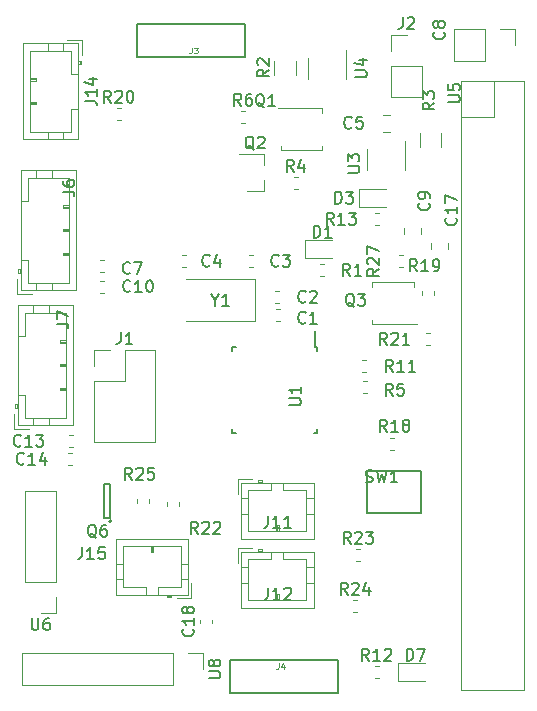
<source format=gbr>
G04 #@! TF.GenerationSoftware,KiCad,Pcbnew,(5.0.2)-1*
G04 #@! TF.CreationDate,2019-05-12T16:54:14-07:00*
G04 #@! TF.ProjectId,controlBoard_rev0401,636f6e74-726f-46c4-926f-6172645f7265,rev?*
G04 #@! TF.SameCoordinates,Original*
G04 #@! TF.FileFunction,Legend,Top*
G04 #@! TF.FilePolarity,Positive*
%FSLAX46Y46*%
G04 Gerber Fmt 4.6, Leading zero omitted, Abs format (unit mm)*
G04 Created by KiCad (PCBNEW (5.0.2)-1) date 5/12/2019 4:54:14 PM*
%MOMM*%
%LPD*%
G01*
G04 APERTURE LIST*
%ADD10C,0.120000*%
%ADD11C,0.100000*%
%ADD12C,0.150000*%
G04 APERTURE END LIST*
D10*
G04 #@! TO.C,R3*
X35158000Y-11143064D02*
X35158000Y-9938936D01*
X36978000Y-11143064D02*
X36978000Y-9938936D01*
G04 #@! TO.C,Q1*
X26916000Y-7882000D02*
X23146000Y-7882000D01*
X23376000Y-11422000D02*
X26916000Y-11422000D01*
X26916000Y-7882000D02*
X26916000Y-8252000D01*
X26916000Y-11422000D02*
X26916000Y-11052000D01*
X23376000Y-11422000D02*
X23376000Y-11052000D01*
G04 #@! TO.C,Q3*
X34663000Y-22614000D02*
X34663000Y-22984000D01*
X31123000Y-22614000D02*
X31123000Y-22984000D01*
X31123000Y-26154000D02*
X31123000Y-25784000D01*
X34663000Y-22614000D02*
X31123000Y-22614000D01*
X31123000Y-26154000D02*
X34893000Y-26154000D01*
G04 #@! TO.C,Q2*
X21969000Y-14915000D02*
X21969000Y-13985000D01*
X21969000Y-11755000D02*
X21969000Y-12685000D01*
X21969000Y-11755000D02*
X19809000Y-11755000D01*
X21969000Y-14915000D02*
X20509000Y-14915000D01*
G04 #@! TO.C,R6*
X20030221Y-8126000D02*
X20355779Y-8126000D01*
X20030221Y-9146000D02*
X20355779Y-9146000D01*
G04 #@! TO.C,C18*
X16508000Y-51496279D02*
X16508000Y-51170721D01*
X17528000Y-51496279D02*
X17528000Y-51170721D01*
G04 #@! TO.C,C9*
X35254000Y-18546578D02*
X35254000Y-18029422D01*
X33834000Y-18546578D02*
X33834000Y-18029422D01*
G04 #@! TO.C,C17*
X36120000Y-19816578D02*
X36120000Y-19299422D01*
X37540000Y-19816578D02*
X37540000Y-19299422D01*
G04 #@! TO.C,C8*
X38040000Y-1210000D02*
X38040000Y-3870000D01*
X40640000Y-1210000D02*
X38040000Y-1210000D01*
X40640000Y-3870000D02*
X38040000Y-3870000D01*
X40640000Y-1210000D02*
X40640000Y-3870000D01*
X41910000Y-1210000D02*
X43240000Y-1210000D01*
X43240000Y-1210000D02*
X43240000Y-2540000D01*
G04 #@! TO.C,U8*
X1464000Y-54042000D02*
X1464000Y-56702000D01*
X14224000Y-54042000D02*
X1464000Y-54042000D01*
X14224000Y-56702000D02*
X1464000Y-56702000D01*
X14224000Y-54042000D02*
X14224000Y-56702000D01*
X15494000Y-54042000D02*
X16824000Y-54042000D01*
X16824000Y-54042000D02*
X16824000Y-55372000D01*
D11*
G04 #@! TO.C,U5*
X41402000Y-8636000D02*
X38608000Y-8636000D01*
X41402000Y-5588000D02*
X41402000Y-8636000D01*
X38608000Y-5588000D02*
X43942000Y-5588000D01*
X38608000Y-57150000D02*
X38608000Y-5588000D01*
X39116000Y-57150000D02*
X38608000Y-57150000D01*
X43942000Y-57150000D02*
X39116000Y-57150000D01*
X43942000Y-5588000D02*
X43942000Y-57150000D01*
D10*
G04 #@! TO.C,Y1*
X15334000Y-25930000D02*
X21234000Y-25930000D01*
X21234000Y-25930000D02*
X21234000Y-22330000D01*
X21234000Y-22330000D02*
X15334000Y-22330000D01*
G04 #@! TO.C,U4*
X25695000Y-3588000D02*
X25695000Y-5388000D01*
X28915000Y-5388000D02*
X28915000Y-2938000D01*
G04 #@! TO.C,R2*
X22839000Y-5050064D02*
X22839000Y-3845936D01*
X24659000Y-5050064D02*
X24659000Y-3845936D01*
D12*
G04 #@! TO.C,J4*
X28194000Y-57404000D02*
X28194000Y-54610000D01*
X28194000Y-54610000D02*
X19050000Y-54610000D01*
X19050000Y-54610000D02*
X19050000Y-57404000D01*
X19050000Y-57404000D02*
X28194000Y-57404000D01*
D10*
G04 #@! TO.C,C1*
X22976721Y-25910000D02*
X23302279Y-25910000D01*
X22976721Y-24890000D02*
X23302279Y-24890000D01*
G04 #@! TO.C,C14*
X5399721Y-38102000D02*
X5725279Y-38102000D01*
X5399721Y-37082000D02*
X5725279Y-37082000D01*
G04 #@! TO.C,C13*
X5450721Y-35558000D02*
X5776279Y-35558000D01*
X5450721Y-36578000D02*
X5776279Y-36578000D01*
G04 #@! TO.C,C10*
X8092221Y-23497000D02*
X8417779Y-23497000D01*
X8092221Y-22477000D02*
X8417779Y-22477000D01*
G04 #@! TO.C,C7*
X8092221Y-20699000D02*
X8417779Y-20699000D01*
X8092221Y-21719000D02*
X8417779Y-21719000D01*
G04 #@! TO.C,C4*
X15377279Y-20318000D02*
X15051721Y-20318000D01*
X15377279Y-21338000D02*
X15051721Y-21338000D01*
G04 #@! TO.C,C3*
X20690721Y-20318000D02*
X21016279Y-20318000D01*
X20690721Y-21338000D02*
X21016279Y-21338000D01*
G04 #@! TO.C,C2*
X22925721Y-24386000D02*
X23251279Y-24386000D01*
X22925721Y-23366000D02*
X23251279Y-23366000D01*
G04 #@! TO.C,C5*
X32595078Y-8434000D02*
X32077922Y-8434000D01*
X32595078Y-9854000D02*
X32077922Y-9854000D01*
G04 #@! TO.C,J15*
X15822000Y-49354000D02*
X15822000Y-48104000D01*
X14572000Y-49354000D02*
X15822000Y-49354000D01*
X12462000Y-44944000D02*
X12462000Y-45444000D01*
X12362000Y-45444000D02*
X12362000Y-44944000D01*
X12562000Y-45444000D02*
X12362000Y-45444000D01*
X12562000Y-44944000D02*
X12562000Y-45444000D01*
X9402000Y-46444000D02*
X10012000Y-46444000D01*
X9402000Y-47744000D02*
X10012000Y-47744000D01*
X15522000Y-46444000D02*
X14912000Y-46444000D01*
X15522000Y-47744000D02*
X14912000Y-47744000D01*
X11962000Y-48444000D02*
X11962000Y-49054000D01*
X10012000Y-48444000D02*
X11962000Y-48444000D01*
X10012000Y-44944000D02*
X10012000Y-48444000D01*
X14912000Y-44944000D02*
X10012000Y-44944000D01*
X14912000Y-48444000D02*
X14912000Y-44944000D01*
X12962000Y-48444000D02*
X14912000Y-48444000D01*
X12962000Y-49054000D02*
X12962000Y-48444000D01*
X13762000Y-49154000D02*
X14062000Y-49154000D01*
X14062000Y-49254000D02*
X14062000Y-49054000D01*
X13762000Y-49254000D02*
X14062000Y-49254000D01*
X13762000Y-49054000D02*
X13762000Y-49254000D01*
X9402000Y-49054000D02*
X15522000Y-49054000D01*
X9402000Y-44334000D02*
X9402000Y-49054000D01*
X15522000Y-44334000D02*
X9402000Y-44334000D01*
X15522000Y-49054000D02*
X15522000Y-44334000D01*
G04 #@! TO.C,J12*
X20038000Y-45434000D02*
X20038000Y-50154000D01*
X20038000Y-50154000D02*
X26158000Y-50154000D01*
X26158000Y-50154000D02*
X26158000Y-45434000D01*
X26158000Y-45434000D02*
X20038000Y-45434000D01*
X21798000Y-45434000D02*
X21798000Y-45234000D01*
X21798000Y-45234000D02*
X21498000Y-45234000D01*
X21498000Y-45234000D02*
X21498000Y-45434000D01*
X21798000Y-45334000D02*
X21498000Y-45334000D01*
X22598000Y-45434000D02*
X22598000Y-46044000D01*
X22598000Y-46044000D02*
X20648000Y-46044000D01*
X20648000Y-46044000D02*
X20648000Y-49544000D01*
X20648000Y-49544000D02*
X25548000Y-49544000D01*
X25548000Y-49544000D02*
X25548000Y-46044000D01*
X25548000Y-46044000D02*
X23598000Y-46044000D01*
X23598000Y-46044000D02*
X23598000Y-45434000D01*
X20038000Y-46744000D02*
X20648000Y-46744000D01*
X20038000Y-48044000D02*
X20648000Y-48044000D01*
X26158000Y-46744000D02*
X25548000Y-46744000D01*
X26158000Y-48044000D02*
X25548000Y-48044000D01*
X22998000Y-49544000D02*
X22998000Y-49044000D01*
X22998000Y-49044000D02*
X23198000Y-49044000D01*
X23198000Y-49044000D02*
X23198000Y-49544000D01*
X23098000Y-49544000D02*
X23098000Y-49044000D01*
X20988000Y-45134000D02*
X19738000Y-45134000D01*
X19738000Y-45134000D02*
X19738000Y-46384000D01*
G04 #@! TO.C,J11*
X20038000Y-39592000D02*
X20038000Y-44312000D01*
X20038000Y-44312000D02*
X26158000Y-44312000D01*
X26158000Y-44312000D02*
X26158000Y-39592000D01*
X26158000Y-39592000D02*
X20038000Y-39592000D01*
X21798000Y-39592000D02*
X21798000Y-39392000D01*
X21798000Y-39392000D02*
X21498000Y-39392000D01*
X21498000Y-39392000D02*
X21498000Y-39592000D01*
X21798000Y-39492000D02*
X21498000Y-39492000D01*
X22598000Y-39592000D02*
X22598000Y-40202000D01*
X22598000Y-40202000D02*
X20648000Y-40202000D01*
X20648000Y-40202000D02*
X20648000Y-43702000D01*
X20648000Y-43702000D02*
X25548000Y-43702000D01*
X25548000Y-43702000D02*
X25548000Y-40202000D01*
X25548000Y-40202000D02*
X23598000Y-40202000D01*
X23598000Y-40202000D02*
X23598000Y-39592000D01*
X20038000Y-40902000D02*
X20648000Y-40902000D01*
X20038000Y-42202000D02*
X20648000Y-42202000D01*
X26158000Y-40902000D02*
X25548000Y-40902000D01*
X26158000Y-42202000D02*
X25548000Y-42202000D01*
X22998000Y-43702000D02*
X22998000Y-43202000D01*
X22998000Y-43202000D02*
X23198000Y-43202000D01*
X23198000Y-43202000D02*
X23198000Y-43702000D01*
X23098000Y-43702000D02*
X23098000Y-43202000D01*
X20988000Y-39292000D02*
X19738000Y-39292000D01*
X19738000Y-39292000D02*
X19738000Y-40542000D01*
G04 #@! TO.C,J14*
X6555000Y-2085000D02*
X5305000Y-2085000D01*
X6555000Y-3335000D02*
X6555000Y-2085000D01*
X2145000Y-7445000D02*
X2645000Y-7445000D01*
X2645000Y-7545000D02*
X2145000Y-7545000D01*
X2645000Y-7345000D02*
X2645000Y-7545000D01*
X2145000Y-7345000D02*
X2645000Y-7345000D01*
X2145000Y-5445000D02*
X2645000Y-5445000D01*
X2645000Y-5545000D02*
X2145000Y-5545000D01*
X2645000Y-5345000D02*
X2645000Y-5545000D01*
X2145000Y-5345000D02*
X2645000Y-5345000D01*
X3645000Y-10505000D02*
X3645000Y-9895000D01*
X4945000Y-10505000D02*
X4945000Y-9895000D01*
X3645000Y-2385000D02*
X3645000Y-2995000D01*
X4945000Y-2385000D02*
X4945000Y-2995000D01*
X5645000Y-7945000D02*
X6255000Y-7945000D01*
X5645000Y-9895000D02*
X5645000Y-7945000D01*
X2145000Y-9895000D02*
X5645000Y-9895000D01*
X2145000Y-2995000D02*
X2145000Y-9895000D01*
X5645000Y-2995000D02*
X2145000Y-2995000D01*
X5645000Y-4945000D02*
X5645000Y-2995000D01*
X6255000Y-4945000D02*
X5645000Y-4945000D01*
X6355000Y-4145000D02*
X6355000Y-3845000D01*
X6455000Y-3845000D02*
X6255000Y-3845000D01*
X6455000Y-4145000D02*
X6455000Y-3845000D01*
X6255000Y-4145000D02*
X6455000Y-4145000D01*
X6255000Y-10505000D02*
X6255000Y-2385000D01*
X1535000Y-10505000D02*
X6255000Y-10505000D01*
X1535000Y-2385000D02*
X1535000Y-10505000D01*
X6255000Y-2385000D02*
X1535000Y-2385000D01*
G04 #@! TO.C,J6*
X1065000Y-23569000D02*
X2315000Y-23569000D01*
X1065000Y-22319000D02*
X1065000Y-23569000D01*
X5475000Y-16209000D02*
X4975000Y-16209000D01*
X4975000Y-16109000D02*
X5475000Y-16109000D01*
X4975000Y-16309000D02*
X4975000Y-16109000D01*
X5475000Y-16309000D02*
X4975000Y-16309000D01*
X5475000Y-18209000D02*
X4975000Y-18209000D01*
X4975000Y-18109000D02*
X5475000Y-18109000D01*
X4975000Y-18309000D02*
X4975000Y-18109000D01*
X5475000Y-18309000D02*
X4975000Y-18309000D01*
X5475000Y-20209000D02*
X4975000Y-20209000D01*
X4975000Y-20109000D02*
X5475000Y-20109000D01*
X4975000Y-20309000D02*
X4975000Y-20109000D01*
X5475000Y-20309000D02*
X4975000Y-20309000D01*
X3975000Y-13149000D02*
X3975000Y-13759000D01*
X2675000Y-13149000D02*
X2675000Y-13759000D01*
X3975000Y-23269000D02*
X3975000Y-22659000D01*
X2675000Y-23269000D02*
X2675000Y-22659000D01*
X1975000Y-15709000D02*
X1365000Y-15709000D01*
X1975000Y-13759000D02*
X1975000Y-15709000D01*
X5475000Y-13759000D02*
X1975000Y-13759000D01*
X5475000Y-22659000D02*
X5475000Y-13759000D01*
X1975000Y-22659000D02*
X5475000Y-22659000D01*
X1975000Y-20709000D02*
X1975000Y-22659000D01*
X1365000Y-20709000D02*
X1975000Y-20709000D01*
X1265000Y-21509000D02*
X1265000Y-21809000D01*
X1165000Y-21809000D02*
X1365000Y-21809000D01*
X1165000Y-21509000D02*
X1165000Y-21809000D01*
X1365000Y-21509000D02*
X1165000Y-21509000D01*
X1365000Y-13149000D02*
X1365000Y-23269000D01*
X6085000Y-13149000D02*
X1365000Y-13149000D01*
X6085000Y-23269000D02*
X6085000Y-13149000D01*
X1365000Y-23269000D02*
X6085000Y-23269000D01*
G04 #@! TO.C,J7*
X1111000Y-34699000D02*
X5831000Y-34699000D01*
X5831000Y-34699000D02*
X5831000Y-24579000D01*
X5831000Y-24579000D02*
X1111000Y-24579000D01*
X1111000Y-24579000D02*
X1111000Y-34699000D01*
X1111000Y-32939000D02*
X911000Y-32939000D01*
X911000Y-32939000D02*
X911000Y-33239000D01*
X911000Y-33239000D02*
X1111000Y-33239000D01*
X1011000Y-32939000D02*
X1011000Y-33239000D01*
X1111000Y-32139000D02*
X1721000Y-32139000D01*
X1721000Y-32139000D02*
X1721000Y-34089000D01*
X1721000Y-34089000D02*
X5221000Y-34089000D01*
X5221000Y-34089000D02*
X5221000Y-25189000D01*
X5221000Y-25189000D02*
X1721000Y-25189000D01*
X1721000Y-25189000D02*
X1721000Y-27139000D01*
X1721000Y-27139000D02*
X1111000Y-27139000D01*
X2421000Y-34699000D02*
X2421000Y-34089000D01*
X3721000Y-34699000D02*
X3721000Y-34089000D01*
X2421000Y-24579000D02*
X2421000Y-25189000D01*
X3721000Y-24579000D02*
X3721000Y-25189000D01*
X5221000Y-31739000D02*
X4721000Y-31739000D01*
X4721000Y-31739000D02*
X4721000Y-31539000D01*
X4721000Y-31539000D02*
X5221000Y-31539000D01*
X5221000Y-31639000D02*
X4721000Y-31639000D01*
X5221000Y-29739000D02*
X4721000Y-29739000D01*
X4721000Y-29739000D02*
X4721000Y-29539000D01*
X4721000Y-29539000D02*
X5221000Y-29539000D01*
X5221000Y-29639000D02*
X4721000Y-29639000D01*
X5221000Y-27739000D02*
X4721000Y-27739000D01*
X4721000Y-27739000D02*
X4721000Y-27539000D01*
X4721000Y-27539000D02*
X5221000Y-27539000D01*
X5221000Y-27639000D02*
X4721000Y-27639000D01*
X811000Y-33749000D02*
X811000Y-34999000D01*
X811000Y-34999000D02*
X2061000Y-34999000D01*
G04 #@! TO.C,J2*
X32706000Y-6918000D02*
X35366000Y-6918000D01*
X32706000Y-4318000D02*
X32706000Y-6918000D01*
X35366000Y-4318000D02*
X35366000Y-6918000D01*
X32706000Y-4318000D02*
X35366000Y-4318000D01*
X32706000Y-3048000D02*
X32706000Y-1718000D01*
X32706000Y-1718000D02*
X34036000Y-1718000D01*
G04 #@! TO.C,U6*
X4378000Y-40326000D02*
X1718000Y-40326000D01*
X4378000Y-48006000D02*
X4378000Y-40326000D01*
X1718000Y-48006000D02*
X1718000Y-40326000D01*
X4378000Y-48006000D02*
X1718000Y-48006000D01*
X4378000Y-49276000D02*
X4378000Y-50606000D01*
X4378000Y-50606000D02*
X3048000Y-50606000D01*
G04 #@! TO.C,J1*
X7560000Y-36128000D02*
X12760000Y-36128000D01*
X7560000Y-30988000D02*
X7560000Y-36128000D01*
X12760000Y-28388000D02*
X12760000Y-36128000D01*
X7560000Y-30988000D02*
X10160000Y-30988000D01*
X10160000Y-30988000D02*
X10160000Y-28388000D01*
X10160000Y-28388000D02*
X12760000Y-28388000D01*
X7560000Y-29718000D02*
X7560000Y-28388000D01*
X7560000Y-28388000D02*
X8890000Y-28388000D01*
G04 #@! TO.C,D1*
X27698500Y-19077000D02*
X25413500Y-19077000D01*
X25413500Y-19077000D02*
X25413500Y-20547000D01*
X25413500Y-20547000D02*
X27698500Y-20547000D01*
G04 #@! TO.C,D3*
X30036500Y-16229000D02*
X32321500Y-16229000D01*
X30036500Y-14759000D02*
X30036500Y-16229000D01*
X32321500Y-14759000D02*
X30036500Y-14759000D01*
G04 #@! TO.C,D7*
X35572500Y-54891000D02*
X33287500Y-54891000D01*
X33287500Y-54891000D02*
X33287500Y-56361000D01*
X33287500Y-56361000D02*
X35572500Y-56361000D01*
D12*
G04 #@! TO.C,U1*
X26485000Y-28125000D02*
X26260000Y-28125000D01*
X26485000Y-35375000D02*
X26160000Y-35375000D01*
X19235000Y-35375000D02*
X19560000Y-35375000D01*
X19235000Y-28125000D02*
X19560000Y-28125000D01*
X26485000Y-28125000D02*
X26485000Y-28450000D01*
X19235000Y-28125000D02*
X19235000Y-28450000D01*
X19235000Y-35375000D02*
X19235000Y-35050000D01*
X26485000Y-35375000D02*
X26485000Y-35050000D01*
X26260000Y-28125000D02*
X26260000Y-26700000D01*
D10*
G04 #@! TO.C,U3*
X30648000Y-11292000D02*
X30648000Y-13092000D01*
X33868000Y-13092000D02*
X33868000Y-10642000D01*
G04 #@! TO.C,R24*
X29529721Y-50548000D02*
X29855279Y-50548000D01*
X29529721Y-49528000D02*
X29855279Y-49528000D01*
G04 #@! TO.C,R18*
X32603221Y-35812000D02*
X32928779Y-35812000D01*
X32603221Y-36832000D02*
X32928779Y-36832000D01*
G04 #@! TO.C,R19*
X35304000Y-23332221D02*
X35304000Y-23657779D01*
X36324000Y-23332221D02*
X36324000Y-23657779D01*
G04 #@! TO.C,R20*
X9489221Y-7872000D02*
X9814779Y-7872000D01*
X9489221Y-8892000D02*
X9814779Y-8892000D01*
G04 #@! TO.C,R21*
X36002279Y-26922000D02*
X35676721Y-26922000D01*
X36002279Y-27942000D02*
X35676721Y-27942000D01*
G04 #@! TO.C,R22*
X13714000Y-41564779D02*
X13714000Y-41239221D01*
X14734000Y-41564779D02*
X14734000Y-41239221D01*
G04 #@! TO.C,R25*
X11174000Y-40959721D02*
X11174000Y-41285279D01*
X12194000Y-40959721D02*
X12194000Y-41285279D01*
G04 #@! TO.C,R1*
X27061279Y-22100000D02*
X26735721Y-22100000D01*
X27061279Y-21080000D02*
X26735721Y-21080000D01*
G04 #@! TO.C,R13*
X31358721Y-17782000D02*
X31684279Y-17782000D01*
X31358721Y-16762000D02*
X31684279Y-16762000D01*
G04 #@! TO.C,R11*
X30291721Y-30228000D02*
X30617279Y-30228000D01*
X30291721Y-29208000D02*
X30617279Y-29208000D01*
G04 #@! TO.C,R27*
X33365221Y-20318000D02*
X33690779Y-20318000D01*
X33365221Y-21338000D02*
X33690779Y-21338000D01*
G04 #@! TO.C,R5*
X30317221Y-30986000D02*
X30642779Y-30986000D01*
X30317221Y-32006000D02*
X30642779Y-32006000D01*
G04 #@! TO.C,R4*
X24475221Y-14734000D02*
X24800779Y-14734000D01*
X24475221Y-13714000D02*
X24800779Y-13714000D01*
G04 #@! TO.C,R23*
X29783721Y-45210000D02*
X30109279Y-45210000D01*
X29783721Y-46230000D02*
X30109279Y-46230000D01*
G04 #@! TO.C,R12*
X31333221Y-55116000D02*
X31658779Y-55116000D01*
X31333221Y-56136000D02*
X31658779Y-56136000D01*
D12*
G04 #@! TO.C,SW1*
X35220000Y-42142000D02*
X30648000Y-42142000D01*
X30648000Y-42142000D02*
X30648000Y-38586000D01*
X30648000Y-38586000D02*
X35220000Y-38586000D01*
X35220000Y-38586000D02*
X35220000Y-42142000D01*
G04 #@! TO.C,Q6*
X9036000Y-42848000D02*
G75*
G03X9036000Y-42848000I-100000J0D01*
G01*
X8386000Y-42598000D02*
X8886000Y-42598000D01*
X8386000Y-39698000D02*
X8386000Y-42598000D01*
X8886000Y-39698000D02*
X8386000Y-39698000D01*
X8886000Y-42598000D02*
X8886000Y-39698000D01*
G04 #@! TO.C,J3*
X11176000Y-730000D02*
X11176000Y-3524000D01*
X11176000Y-3524000D02*
X20320000Y-3524000D01*
X20320000Y-3524000D02*
X20320000Y-730000D01*
X20320000Y-730000D02*
X11176000Y-730000D01*
G04 #@! TO.C,R3*
X36393380Y-7405666D02*
X35917190Y-7739000D01*
X36393380Y-7977095D02*
X35393380Y-7977095D01*
X35393380Y-7596142D01*
X35441000Y-7500904D01*
X35488619Y-7453285D01*
X35583857Y-7405666D01*
X35726714Y-7405666D01*
X35821952Y-7453285D01*
X35869571Y-7500904D01*
X35917190Y-7596142D01*
X35917190Y-7977095D01*
X35393380Y-7072333D02*
X35393380Y-6453285D01*
X35774333Y-6786619D01*
X35774333Y-6643761D01*
X35821952Y-6548523D01*
X35869571Y-6500904D01*
X35964809Y-6453285D01*
X36202904Y-6453285D01*
X36298142Y-6500904D01*
X36345761Y-6548523D01*
X36393380Y-6643761D01*
X36393380Y-6929476D01*
X36345761Y-7024714D01*
X36298142Y-7072333D01*
G04 #@! TO.C,Q1*
X22002761Y-7786619D02*
X21907523Y-7739000D01*
X21812285Y-7643761D01*
X21669428Y-7500904D01*
X21574190Y-7453285D01*
X21478952Y-7453285D01*
X21526571Y-7691380D02*
X21431333Y-7643761D01*
X21336095Y-7548523D01*
X21288476Y-7358047D01*
X21288476Y-7024714D01*
X21336095Y-6834238D01*
X21431333Y-6739000D01*
X21526571Y-6691380D01*
X21717047Y-6691380D01*
X21812285Y-6739000D01*
X21907523Y-6834238D01*
X21955142Y-7024714D01*
X21955142Y-7358047D01*
X21907523Y-7548523D01*
X21812285Y-7643761D01*
X21717047Y-7691380D01*
X21526571Y-7691380D01*
X22907523Y-7691380D02*
X22336095Y-7691380D01*
X22621809Y-7691380D02*
X22621809Y-6691380D01*
X22526571Y-6834238D01*
X22431333Y-6929476D01*
X22336095Y-6977095D01*
G04 #@! TO.C,Q3*
X29622761Y-24677619D02*
X29527523Y-24630000D01*
X29432285Y-24534761D01*
X29289428Y-24391904D01*
X29194190Y-24344285D01*
X29098952Y-24344285D01*
X29146571Y-24582380D02*
X29051333Y-24534761D01*
X28956095Y-24439523D01*
X28908476Y-24249047D01*
X28908476Y-23915714D01*
X28956095Y-23725238D01*
X29051333Y-23630000D01*
X29146571Y-23582380D01*
X29337047Y-23582380D01*
X29432285Y-23630000D01*
X29527523Y-23725238D01*
X29575142Y-23915714D01*
X29575142Y-24249047D01*
X29527523Y-24439523D01*
X29432285Y-24534761D01*
X29337047Y-24582380D01*
X29146571Y-24582380D01*
X29908476Y-23582380D02*
X30527523Y-23582380D01*
X30194190Y-23963333D01*
X30337047Y-23963333D01*
X30432285Y-24010952D01*
X30479904Y-24058571D01*
X30527523Y-24153809D01*
X30527523Y-24391904D01*
X30479904Y-24487142D01*
X30432285Y-24534761D01*
X30337047Y-24582380D01*
X30051333Y-24582380D01*
X29956095Y-24534761D01*
X29908476Y-24487142D01*
G04 #@! TO.C,Q2*
X21113761Y-11382619D02*
X21018523Y-11335000D01*
X20923285Y-11239761D01*
X20780428Y-11096904D01*
X20685190Y-11049285D01*
X20589952Y-11049285D01*
X20637571Y-11287380D02*
X20542333Y-11239761D01*
X20447095Y-11144523D01*
X20399476Y-10954047D01*
X20399476Y-10620714D01*
X20447095Y-10430238D01*
X20542333Y-10335000D01*
X20637571Y-10287380D01*
X20828047Y-10287380D01*
X20923285Y-10335000D01*
X21018523Y-10430238D01*
X21066142Y-10620714D01*
X21066142Y-10954047D01*
X21018523Y-11144523D01*
X20923285Y-11239761D01*
X20828047Y-11287380D01*
X20637571Y-11287380D01*
X21447095Y-10382619D02*
X21494714Y-10335000D01*
X21589952Y-10287380D01*
X21828047Y-10287380D01*
X21923285Y-10335000D01*
X21970904Y-10382619D01*
X22018523Y-10477857D01*
X22018523Y-10573095D01*
X21970904Y-10715952D01*
X21399476Y-11287380D01*
X22018523Y-11287380D01*
G04 #@! TO.C,R6*
X20026333Y-7658380D02*
X19693000Y-7182190D01*
X19454904Y-7658380D02*
X19454904Y-6658380D01*
X19835857Y-6658380D01*
X19931095Y-6706000D01*
X19978714Y-6753619D01*
X20026333Y-6848857D01*
X20026333Y-6991714D01*
X19978714Y-7086952D01*
X19931095Y-7134571D01*
X19835857Y-7182190D01*
X19454904Y-7182190D01*
X20883476Y-6658380D02*
X20693000Y-6658380D01*
X20597761Y-6706000D01*
X20550142Y-6753619D01*
X20454904Y-6896476D01*
X20407285Y-7086952D01*
X20407285Y-7467904D01*
X20454904Y-7563142D01*
X20502523Y-7610761D01*
X20597761Y-7658380D01*
X20788238Y-7658380D01*
X20883476Y-7610761D01*
X20931095Y-7563142D01*
X20978714Y-7467904D01*
X20978714Y-7229809D01*
X20931095Y-7134571D01*
X20883476Y-7086952D01*
X20788238Y-7039333D01*
X20597761Y-7039333D01*
X20502523Y-7086952D01*
X20454904Y-7134571D01*
X20407285Y-7229809D01*
G04 #@! TO.C,C18*
X15945142Y-51976357D02*
X15992761Y-52023976D01*
X16040380Y-52166833D01*
X16040380Y-52262071D01*
X15992761Y-52404928D01*
X15897523Y-52500166D01*
X15802285Y-52547785D01*
X15611809Y-52595404D01*
X15468952Y-52595404D01*
X15278476Y-52547785D01*
X15183238Y-52500166D01*
X15088000Y-52404928D01*
X15040380Y-52262071D01*
X15040380Y-52166833D01*
X15088000Y-52023976D01*
X15135619Y-51976357D01*
X16040380Y-51023976D02*
X16040380Y-51595404D01*
X16040380Y-51309690D02*
X15040380Y-51309690D01*
X15183238Y-51404928D01*
X15278476Y-51500166D01*
X15326095Y-51595404D01*
X15468952Y-50452547D02*
X15421333Y-50547785D01*
X15373714Y-50595404D01*
X15278476Y-50643023D01*
X15230857Y-50643023D01*
X15135619Y-50595404D01*
X15088000Y-50547785D01*
X15040380Y-50452547D01*
X15040380Y-50262071D01*
X15088000Y-50166833D01*
X15135619Y-50119214D01*
X15230857Y-50071595D01*
X15278476Y-50071595D01*
X15373714Y-50119214D01*
X15421333Y-50166833D01*
X15468952Y-50262071D01*
X15468952Y-50452547D01*
X15516571Y-50547785D01*
X15564190Y-50595404D01*
X15659428Y-50643023D01*
X15849904Y-50643023D01*
X15945142Y-50595404D01*
X15992761Y-50547785D01*
X16040380Y-50452547D01*
X16040380Y-50262071D01*
X15992761Y-50166833D01*
X15945142Y-50119214D01*
X15849904Y-50071595D01*
X15659428Y-50071595D01*
X15564190Y-50119214D01*
X15516571Y-50166833D01*
X15468952Y-50262071D01*
G04 #@! TO.C,C9*
X35917142Y-15914666D02*
X35964761Y-15962285D01*
X36012380Y-16105142D01*
X36012380Y-16200380D01*
X35964761Y-16343238D01*
X35869523Y-16438476D01*
X35774285Y-16486095D01*
X35583809Y-16533714D01*
X35440952Y-16533714D01*
X35250476Y-16486095D01*
X35155238Y-16438476D01*
X35060000Y-16343238D01*
X35012380Y-16200380D01*
X35012380Y-16105142D01*
X35060000Y-15962285D01*
X35107619Y-15914666D01*
X36012380Y-15438476D02*
X36012380Y-15248000D01*
X35964761Y-15152761D01*
X35917142Y-15105142D01*
X35774285Y-15009904D01*
X35583809Y-14962285D01*
X35202857Y-14962285D01*
X35107619Y-15009904D01*
X35060000Y-15057523D01*
X35012380Y-15152761D01*
X35012380Y-15343238D01*
X35060000Y-15438476D01*
X35107619Y-15486095D01*
X35202857Y-15533714D01*
X35440952Y-15533714D01*
X35536190Y-15486095D01*
X35583809Y-15438476D01*
X35631428Y-15343238D01*
X35631428Y-15152761D01*
X35583809Y-15057523D01*
X35536190Y-15009904D01*
X35440952Y-14962285D01*
G04 #@! TO.C,C17*
X38203142Y-17152857D02*
X38250761Y-17200476D01*
X38298380Y-17343333D01*
X38298380Y-17438571D01*
X38250761Y-17581428D01*
X38155523Y-17676666D01*
X38060285Y-17724285D01*
X37869809Y-17771904D01*
X37726952Y-17771904D01*
X37536476Y-17724285D01*
X37441238Y-17676666D01*
X37346000Y-17581428D01*
X37298380Y-17438571D01*
X37298380Y-17343333D01*
X37346000Y-17200476D01*
X37393619Y-17152857D01*
X38298380Y-16200476D02*
X38298380Y-16771904D01*
X38298380Y-16486190D02*
X37298380Y-16486190D01*
X37441238Y-16581428D01*
X37536476Y-16676666D01*
X37584095Y-16771904D01*
X37298380Y-15867142D02*
X37298380Y-15200476D01*
X38298380Y-15629047D01*
G04 #@! TO.C,C8*
X37187142Y-1436666D02*
X37234761Y-1484285D01*
X37282380Y-1627142D01*
X37282380Y-1722380D01*
X37234761Y-1865238D01*
X37139523Y-1960476D01*
X37044285Y-2008095D01*
X36853809Y-2055714D01*
X36710952Y-2055714D01*
X36520476Y-2008095D01*
X36425238Y-1960476D01*
X36330000Y-1865238D01*
X36282380Y-1722380D01*
X36282380Y-1627142D01*
X36330000Y-1484285D01*
X36377619Y-1436666D01*
X36710952Y-865238D02*
X36663333Y-960476D01*
X36615714Y-1008095D01*
X36520476Y-1055714D01*
X36472857Y-1055714D01*
X36377619Y-1008095D01*
X36330000Y-960476D01*
X36282380Y-865238D01*
X36282380Y-674761D01*
X36330000Y-579523D01*
X36377619Y-531904D01*
X36472857Y-484285D01*
X36520476Y-484285D01*
X36615714Y-531904D01*
X36663333Y-579523D01*
X36710952Y-674761D01*
X36710952Y-865238D01*
X36758571Y-960476D01*
X36806190Y-1008095D01*
X36901428Y-1055714D01*
X37091904Y-1055714D01*
X37187142Y-1008095D01*
X37234761Y-960476D01*
X37282380Y-865238D01*
X37282380Y-674761D01*
X37234761Y-579523D01*
X37187142Y-531904D01*
X37091904Y-484285D01*
X36901428Y-484285D01*
X36806190Y-531904D01*
X36758571Y-579523D01*
X36710952Y-674761D01*
G04 #@! TO.C,U8*
X17276380Y-56133904D02*
X18085904Y-56133904D01*
X18181142Y-56086285D01*
X18228761Y-56038666D01*
X18276380Y-55943428D01*
X18276380Y-55752952D01*
X18228761Y-55657714D01*
X18181142Y-55610095D01*
X18085904Y-55562476D01*
X17276380Y-55562476D01*
X17704952Y-54943428D02*
X17657333Y-55038666D01*
X17609714Y-55086285D01*
X17514476Y-55133904D01*
X17466857Y-55133904D01*
X17371619Y-55086285D01*
X17324000Y-55038666D01*
X17276380Y-54943428D01*
X17276380Y-54752952D01*
X17324000Y-54657714D01*
X17371619Y-54610095D01*
X17466857Y-54562476D01*
X17514476Y-54562476D01*
X17609714Y-54610095D01*
X17657333Y-54657714D01*
X17704952Y-54752952D01*
X17704952Y-54943428D01*
X17752571Y-55038666D01*
X17800190Y-55086285D01*
X17895428Y-55133904D01*
X18085904Y-55133904D01*
X18181142Y-55086285D01*
X18228761Y-55038666D01*
X18276380Y-54943428D01*
X18276380Y-54752952D01*
X18228761Y-54657714D01*
X18181142Y-54610095D01*
X18085904Y-54562476D01*
X17895428Y-54562476D01*
X17800190Y-54610095D01*
X17752571Y-54657714D01*
X17704952Y-54752952D01*
G04 #@! TO.C,U5*
X37552380Y-7365904D02*
X38361904Y-7365904D01*
X38457142Y-7318285D01*
X38504761Y-7270666D01*
X38552380Y-7175428D01*
X38552380Y-6984952D01*
X38504761Y-6889714D01*
X38457142Y-6842095D01*
X38361904Y-6794476D01*
X37552380Y-6794476D01*
X37552380Y-5842095D02*
X37552380Y-6318285D01*
X38028571Y-6365904D01*
X37980952Y-6318285D01*
X37933333Y-6223047D01*
X37933333Y-5984952D01*
X37980952Y-5889714D01*
X38028571Y-5842095D01*
X38123809Y-5794476D01*
X38361904Y-5794476D01*
X38457142Y-5842095D01*
X38504761Y-5889714D01*
X38552380Y-5984952D01*
X38552380Y-6223047D01*
X38504761Y-6318285D01*
X38457142Y-6365904D01*
G04 #@! TO.C,Y1*
X17811809Y-24106190D02*
X17811809Y-24582380D01*
X17478476Y-23582380D02*
X17811809Y-24106190D01*
X18145142Y-23582380D01*
X19002285Y-24582380D02*
X18430857Y-24582380D01*
X18716571Y-24582380D02*
X18716571Y-23582380D01*
X18621333Y-23725238D01*
X18526095Y-23820476D01*
X18430857Y-23868095D01*
G04 #@! TO.C,U4*
X29657380Y-5249904D02*
X30466904Y-5249904D01*
X30562142Y-5202285D01*
X30609761Y-5154666D01*
X30657380Y-5059428D01*
X30657380Y-4868952D01*
X30609761Y-4773714D01*
X30562142Y-4726095D01*
X30466904Y-4678476D01*
X29657380Y-4678476D01*
X29990714Y-3773714D02*
X30657380Y-3773714D01*
X29609761Y-4011809D02*
X30324047Y-4249904D01*
X30324047Y-3630857D01*
G04 #@! TO.C,R2*
X22381380Y-4614666D02*
X21905190Y-4948000D01*
X22381380Y-5186095D02*
X21381380Y-5186095D01*
X21381380Y-4805142D01*
X21429000Y-4709904D01*
X21476619Y-4662285D01*
X21571857Y-4614666D01*
X21714714Y-4614666D01*
X21809952Y-4662285D01*
X21857571Y-4709904D01*
X21905190Y-4805142D01*
X21905190Y-5186095D01*
X21476619Y-4233714D02*
X21429000Y-4186095D01*
X21381380Y-4090857D01*
X21381380Y-3852761D01*
X21429000Y-3757523D01*
X21476619Y-3709904D01*
X21571857Y-3662285D01*
X21667095Y-3662285D01*
X21809952Y-3709904D01*
X22381380Y-4281333D01*
X22381380Y-3662285D01*
G04 #@! TO.C,J4*
D11*
X23201333Y-54844190D02*
X23201333Y-55201333D01*
X23177523Y-55272761D01*
X23129904Y-55320380D01*
X23058476Y-55344190D01*
X23010857Y-55344190D01*
X23653714Y-55010857D02*
X23653714Y-55344190D01*
X23534666Y-54820380D02*
X23415619Y-55177523D01*
X23725142Y-55177523D01*
G04 #@! TO.C,C1*
D12*
X25487333Y-26011142D02*
X25439714Y-26058761D01*
X25296857Y-26106380D01*
X25201619Y-26106380D01*
X25058761Y-26058761D01*
X24963523Y-25963523D01*
X24915904Y-25868285D01*
X24868285Y-25677809D01*
X24868285Y-25534952D01*
X24915904Y-25344476D01*
X24963523Y-25249238D01*
X25058761Y-25154000D01*
X25201619Y-25106380D01*
X25296857Y-25106380D01*
X25439714Y-25154000D01*
X25487333Y-25201619D01*
X26439714Y-26106380D02*
X25868285Y-26106380D01*
X26154000Y-26106380D02*
X26154000Y-25106380D01*
X26058761Y-25249238D01*
X25963523Y-25344476D01*
X25868285Y-25392095D01*
G04 #@! TO.C,C14*
X1643142Y-37949142D02*
X1595523Y-37996761D01*
X1452666Y-38044380D01*
X1357428Y-38044380D01*
X1214571Y-37996761D01*
X1119333Y-37901523D01*
X1071714Y-37806285D01*
X1024095Y-37615809D01*
X1024095Y-37472952D01*
X1071714Y-37282476D01*
X1119333Y-37187238D01*
X1214571Y-37092000D01*
X1357428Y-37044380D01*
X1452666Y-37044380D01*
X1595523Y-37092000D01*
X1643142Y-37139619D01*
X2595523Y-38044380D02*
X2024095Y-38044380D01*
X2309809Y-38044380D02*
X2309809Y-37044380D01*
X2214571Y-37187238D01*
X2119333Y-37282476D01*
X2024095Y-37330095D01*
X3452666Y-37377714D02*
X3452666Y-38044380D01*
X3214571Y-36996761D02*
X2976476Y-37711047D01*
X3595523Y-37711047D01*
G04 #@! TO.C,C13*
X1389142Y-36425142D02*
X1341523Y-36472761D01*
X1198666Y-36520380D01*
X1103428Y-36520380D01*
X960571Y-36472761D01*
X865333Y-36377523D01*
X817714Y-36282285D01*
X770095Y-36091809D01*
X770095Y-35948952D01*
X817714Y-35758476D01*
X865333Y-35663238D01*
X960571Y-35568000D01*
X1103428Y-35520380D01*
X1198666Y-35520380D01*
X1341523Y-35568000D01*
X1389142Y-35615619D01*
X2341523Y-36520380D02*
X1770095Y-36520380D01*
X2055809Y-36520380D02*
X2055809Y-35520380D01*
X1960571Y-35663238D01*
X1865333Y-35758476D01*
X1770095Y-35806095D01*
X2674857Y-35520380D02*
X3293904Y-35520380D01*
X2960571Y-35901333D01*
X3103428Y-35901333D01*
X3198666Y-35948952D01*
X3246285Y-35996571D01*
X3293904Y-36091809D01*
X3293904Y-36329904D01*
X3246285Y-36425142D01*
X3198666Y-36472761D01*
X3103428Y-36520380D01*
X2817714Y-36520380D01*
X2722476Y-36472761D01*
X2674857Y-36425142D01*
G04 #@! TO.C,C10*
X10660142Y-23344142D02*
X10612523Y-23391761D01*
X10469666Y-23439380D01*
X10374428Y-23439380D01*
X10231571Y-23391761D01*
X10136333Y-23296523D01*
X10088714Y-23201285D01*
X10041095Y-23010809D01*
X10041095Y-22867952D01*
X10088714Y-22677476D01*
X10136333Y-22582238D01*
X10231571Y-22487000D01*
X10374428Y-22439380D01*
X10469666Y-22439380D01*
X10612523Y-22487000D01*
X10660142Y-22534619D01*
X11612523Y-23439380D02*
X11041095Y-23439380D01*
X11326809Y-23439380D02*
X11326809Y-22439380D01*
X11231571Y-22582238D01*
X11136333Y-22677476D01*
X11041095Y-22725095D01*
X12231571Y-22439380D02*
X12326809Y-22439380D01*
X12422047Y-22487000D01*
X12469666Y-22534619D01*
X12517285Y-22629857D01*
X12564904Y-22820333D01*
X12564904Y-23058428D01*
X12517285Y-23248904D01*
X12469666Y-23344142D01*
X12422047Y-23391761D01*
X12326809Y-23439380D01*
X12231571Y-23439380D01*
X12136333Y-23391761D01*
X12088714Y-23344142D01*
X12041095Y-23248904D01*
X11993476Y-23058428D01*
X11993476Y-22820333D01*
X12041095Y-22629857D01*
X12088714Y-22534619D01*
X12136333Y-22487000D01*
X12231571Y-22439380D01*
G04 #@! TO.C,C7*
X10628333Y-21820142D02*
X10580714Y-21867761D01*
X10437857Y-21915380D01*
X10342619Y-21915380D01*
X10199761Y-21867761D01*
X10104523Y-21772523D01*
X10056904Y-21677285D01*
X10009285Y-21486809D01*
X10009285Y-21343952D01*
X10056904Y-21153476D01*
X10104523Y-21058238D01*
X10199761Y-20963000D01*
X10342619Y-20915380D01*
X10437857Y-20915380D01*
X10580714Y-20963000D01*
X10628333Y-21010619D01*
X10961666Y-20915380D02*
X11628333Y-20915380D01*
X11199761Y-21915380D01*
G04 #@! TO.C,C4*
X17359333Y-21185142D02*
X17311714Y-21232761D01*
X17168857Y-21280380D01*
X17073619Y-21280380D01*
X16930761Y-21232761D01*
X16835523Y-21137523D01*
X16787904Y-21042285D01*
X16740285Y-20851809D01*
X16740285Y-20708952D01*
X16787904Y-20518476D01*
X16835523Y-20423238D01*
X16930761Y-20328000D01*
X17073619Y-20280380D01*
X17168857Y-20280380D01*
X17311714Y-20328000D01*
X17359333Y-20375619D01*
X18216476Y-20613714D02*
X18216476Y-21280380D01*
X17978380Y-20232761D02*
X17740285Y-20947047D01*
X18359333Y-20947047D01*
G04 #@! TO.C,C3*
X23201333Y-21185142D02*
X23153714Y-21232761D01*
X23010857Y-21280380D01*
X22915619Y-21280380D01*
X22772761Y-21232761D01*
X22677523Y-21137523D01*
X22629904Y-21042285D01*
X22582285Y-20851809D01*
X22582285Y-20708952D01*
X22629904Y-20518476D01*
X22677523Y-20423238D01*
X22772761Y-20328000D01*
X22915619Y-20280380D01*
X23010857Y-20280380D01*
X23153714Y-20328000D01*
X23201333Y-20375619D01*
X23534666Y-20280380D02*
X24153714Y-20280380D01*
X23820380Y-20661333D01*
X23963238Y-20661333D01*
X24058476Y-20708952D01*
X24106095Y-20756571D01*
X24153714Y-20851809D01*
X24153714Y-21089904D01*
X24106095Y-21185142D01*
X24058476Y-21232761D01*
X23963238Y-21280380D01*
X23677523Y-21280380D01*
X23582285Y-21232761D01*
X23534666Y-21185142D01*
G04 #@! TO.C,C2*
X25487333Y-24233142D02*
X25439714Y-24280761D01*
X25296857Y-24328380D01*
X25201619Y-24328380D01*
X25058761Y-24280761D01*
X24963523Y-24185523D01*
X24915904Y-24090285D01*
X24868285Y-23899809D01*
X24868285Y-23756952D01*
X24915904Y-23566476D01*
X24963523Y-23471238D01*
X25058761Y-23376000D01*
X25201619Y-23328380D01*
X25296857Y-23328380D01*
X25439714Y-23376000D01*
X25487333Y-23423619D01*
X25868285Y-23423619D02*
X25915904Y-23376000D01*
X26011142Y-23328380D01*
X26249238Y-23328380D01*
X26344476Y-23376000D01*
X26392095Y-23423619D01*
X26439714Y-23518857D01*
X26439714Y-23614095D01*
X26392095Y-23756952D01*
X25820666Y-24328380D01*
X26439714Y-24328380D01*
G04 #@! TO.C,C5*
X29375833Y-9501142D02*
X29328214Y-9548761D01*
X29185357Y-9596380D01*
X29090119Y-9596380D01*
X28947261Y-9548761D01*
X28852023Y-9453523D01*
X28804404Y-9358285D01*
X28756785Y-9167809D01*
X28756785Y-9024952D01*
X28804404Y-8834476D01*
X28852023Y-8739238D01*
X28947261Y-8644000D01*
X29090119Y-8596380D01*
X29185357Y-8596380D01*
X29328214Y-8644000D01*
X29375833Y-8691619D01*
X30280595Y-8596380D02*
X29804404Y-8596380D01*
X29756785Y-9072571D01*
X29804404Y-9024952D01*
X29899642Y-8977333D01*
X30137738Y-8977333D01*
X30232976Y-9024952D01*
X30280595Y-9072571D01*
X30328214Y-9167809D01*
X30328214Y-9405904D01*
X30280595Y-9501142D01*
X30232976Y-9548761D01*
X30137738Y-9596380D01*
X29899642Y-9596380D01*
X29804404Y-9548761D01*
X29756785Y-9501142D01*
G04 #@! TO.C,J15*
X6556476Y-45045380D02*
X6556476Y-45759666D01*
X6508857Y-45902523D01*
X6413619Y-45997761D01*
X6270761Y-46045380D01*
X6175523Y-46045380D01*
X7556476Y-46045380D02*
X6985047Y-46045380D01*
X7270761Y-46045380D02*
X7270761Y-45045380D01*
X7175523Y-45188238D01*
X7080285Y-45283476D01*
X6985047Y-45331095D01*
X8461238Y-45045380D02*
X7985047Y-45045380D01*
X7937428Y-45521571D01*
X7985047Y-45473952D01*
X8080285Y-45426333D01*
X8318380Y-45426333D01*
X8413619Y-45473952D01*
X8461238Y-45521571D01*
X8508857Y-45616809D01*
X8508857Y-45854904D01*
X8461238Y-45950142D01*
X8413619Y-45997761D01*
X8318380Y-46045380D01*
X8080285Y-46045380D01*
X7985047Y-45997761D01*
X7937428Y-45950142D01*
G04 #@! TO.C,J12*
X22304476Y-48474380D02*
X22304476Y-49188666D01*
X22256857Y-49331523D01*
X22161619Y-49426761D01*
X22018761Y-49474380D01*
X21923523Y-49474380D01*
X23304476Y-49474380D02*
X22733047Y-49474380D01*
X23018761Y-49474380D02*
X23018761Y-48474380D01*
X22923523Y-48617238D01*
X22828285Y-48712476D01*
X22733047Y-48760095D01*
X23685428Y-48569619D02*
X23733047Y-48522000D01*
X23828285Y-48474380D01*
X24066380Y-48474380D01*
X24161619Y-48522000D01*
X24209238Y-48569619D01*
X24256857Y-48664857D01*
X24256857Y-48760095D01*
X24209238Y-48902952D01*
X23637809Y-49474380D01*
X24256857Y-49474380D01*
G04 #@! TO.C,J11*
X22304476Y-42378380D02*
X22304476Y-43092666D01*
X22256857Y-43235523D01*
X22161619Y-43330761D01*
X22018761Y-43378380D01*
X21923523Y-43378380D01*
X23304476Y-43378380D02*
X22733047Y-43378380D01*
X23018761Y-43378380D02*
X23018761Y-42378380D01*
X22923523Y-42521238D01*
X22828285Y-42616476D01*
X22733047Y-42664095D01*
X24256857Y-43378380D02*
X23685428Y-43378380D01*
X23971142Y-43378380D02*
X23971142Y-42378380D01*
X23875904Y-42521238D01*
X23780666Y-42616476D01*
X23685428Y-42664095D01*
G04 #@! TO.C,J14*
X6797380Y-7254523D02*
X7511666Y-7254523D01*
X7654523Y-7302142D01*
X7749761Y-7397380D01*
X7797380Y-7540238D01*
X7797380Y-7635476D01*
X7797380Y-6254523D02*
X7797380Y-6825952D01*
X7797380Y-6540238D02*
X6797380Y-6540238D01*
X6940238Y-6635476D01*
X7035476Y-6730714D01*
X7083095Y-6825952D01*
X7130714Y-5397380D02*
X7797380Y-5397380D01*
X6749761Y-5635476D02*
X7464047Y-5873571D01*
X7464047Y-5254523D01*
G04 #@! TO.C,J6*
X4913380Y-14938333D02*
X5627666Y-14938333D01*
X5770523Y-14985952D01*
X5865761Y-15081190D01*
X5913380Y-15224047D01*
X5913380Y-15319285D01*
X4913380Y-14033571D02*
X4913380Y-14224047D01*
X4961000Y-14319285D01*
X5008619Y-14366904D01*
X5151476Y-14462142D01*
X5341952Y-14509761D01*
X5722904Y-14509761D01*
X5818142Y-14462142D01*
X5865761Y-14414523D01*
X5913380Y-14319285D01*
X5913380Y-14128809D01*
X5865761Y-14033571D01*
X5818142Y-13985952D01*
X5722904Y-13938333D01*
X5484809Y-13938333D01*
X5389571Y-13985952D01*
X5341952Y-14033571D01*
X5294333Y-14128809D01*
X5294333Y-14319285D01*
X5341952Y-14414523D01*
X5389571Y-14462142D01*
X5484809Y-14509761D01*
G04 #@! TO.C,J7*
X4405380Y-26114333D02*
X5119666Y-26114333D01*
X5262523Y-26161952D01*
X5357761Y-26257190D01*
X5405380Y-26400047D01*
X5405380Y-26495285D01*
X4405380Y-25733380D02*
X4405380Y-25066714D01*
X5405380Y-25495285D01*
G04 #@! TO.C,J2*
X33702666Y-170380D02*
X33702666Y-884666D01*
X33655047Y-1027523D01*
X33559809Y-1122761D01*
X33416952Y-1170380D01*
X33321714Y-1170380D01*
X34131238Y-265619D02*
X34178857Y-218000D01*
X34274095Y-170380D01*
X34512190Y-170380D01*
X34607428Y-218000D01*
X34655047Y-265619D01*
X34702666Y-360857D01*
X34702666Y-456095D01*
X34655047Y-598952D01*
X34083619Y-1170380D01*
X34702666Y-1170380D01*
G04 #@! TO.C,U6*
X2286095Y-51058380D02*
X2286095Y-51867904D01*
X2333714Y-51963142D01*
X2381333Y-52010761D01*
X2476571Y-52058380D01*
X2667047Y-52058380D01*
X2762285Y-52010761D01*
X2809904Y-51963142D01*
X2857523Y-51867904D01*
X2857523Y-51058380D01*
X3762285Y-51058380D02*
X3571809Y-51058380D01*
X3476571Y-51106000D01*
X3428952Y-51153619D01*
X3333714Y-51296476D01*
X3286095Y-51486952D01*
X3286095Y-51867904D01*
X3333714Y-51963142D01*
X3381333Y-52010761D01*
X3476571Y-52058380D01*
X3667047Y-52058380D01*
X3762285Y-52010761D01*
X3809904Y-51963142D01*
X3857523Y-51867904D01*
X3857523Y-51629809D01*
X3809904Y-51534571D01*
X3762285Y-51486952D01*
X3667047Y-51439333D01*
X3476571Y-51439333D01*
X3381333Y-51486952D01*
X3333714Y-51534571D01*
X3286095Y-51629809D01*
G04 #@! TO.C,J1*
X9826666Y-26840380D02*
X9826666Y-27554666D01*
X9779047Y-27697523D01*
X9683809Y-27792761D01*
X9540952Y-27840380D01*
X9445714Y-27840380D01*
X10826666Y-27840380D02*
X10255238Y-27840380D01*
X10540952Y-27840380D02*
X10540952Y-26840380D01*
X10445714Y-26983238D01*
X10350476Y-27078476D01*
X10255238Y-27126095D01*
G04 #@! TO.C,D1*
X26160404Y-18834380D02*
X26160404Y-17834380D01*
X26398500Y-17834380D01*
X26541357Y-17882000D01*
X26636595Y-17977238D01*
X26684214Y-18072476D01*
X26731833Y-18262952D01*
X26731833Y-18405809D01*
X26684214Y-18596285D01*
X26636595Y-18691523D01*
X26541357Y-18786761D01*
X26398500Y-18834380D01*
X26160404Y-18834380D01*
X27684214Y-18834380D02*
X27112785Y-18834380D01*
X27398500Y-18834380D02*
X27398500Y-17834380D01*
X27303261Y-17977238D01*
X27208023Y-18072476D01*
X27112785Y-18120095D01*
G04 #@! TO.C,D3*
X27989404Y-15946380D02*
X27989404Y-14946380D01*
X28227500Y-14946380D01*
X28370357Y-14994000D01*
X28465595Y-15089238D01*
X28513214Y-15184476D01*
X28560833Y-15374952D01*
X28560833Y-15517809D01*
X28513214Y-15708285D01*
X28465595Y-15803523D01*
X28370357Y-15898761D01*
X28227500Y-15946380D01*
X27989404Y-15946380D01*
X28894166Y-14946380D02*
X29513214Y-14946380D01*
X29179880Y-15327333D01*
X29322738Y-15327333D01*
X29417976Y-15374952D01*
X29465595Y-15422571D01*
X29513214Y-15517809D01*
X29513214Y-15755904D01*
X29465595Y-15851142D01*
X29417976Y-15898761D01*
X29322738Y-15946380D01*
X29037023Y-15946380D01*
X28941785Y-15898761D01*
X28894166Y-15851142D01*
G04 #@! TO.C,D7*
X34034404Y-54648380D02*
X34034404Y-53648380D01*
X34272500Y-53648380D01*
X34415357Y-53696000D01*
X34510595Y-53791238D01*
X34558214Y-53886476D01*
X34605833Y-54076952D01*
X34605833Y-54219809D01*
X34558214Y-54410285D01*
X34510595Y-54505523D01*
X34415357Y-54600761D01*
X34272500Y-54648380D01*
X34034404Y-54648380D01*
X34939166Y-53648380D02*
X35605833Y-53648380D01*
X35177261Y-54648380D01*
G04 #@! TO.C,U1*
X24090380Y-33019904D02*
X24899904Y-33019904D01*
X24995142Y-32972285D01*
X25042761Y-32924666D01*
X25090380Y-32829428D01*
X25090380Y-32638952D01*
X25042761Y-32543714D01*
X24995142Y-32496095D01*
X24899904Y-32448476D01*
X24090380Y-32448476D01*
X25090380Y-31448476D02*
X25090380Y-32019904D01*
X25090380Y-31734190D02*
X24090380Y-31734190D01*
X24233238Y-31829428D01*
X24328476Y-31924666D01*
X24376095Y-32019904D01*
G04 #@! TO.C,U3*
X29043380Y-13334904D02*
X29852904Y-13334904D01*
X29948142Y-13287285D01*
X29995761Y-13239666D01*
X30043380Y-13144428D01*
X30043380Y-12953952D01*
X29995761Y-12858714D01*
X29948142Y-12811095D01*
X29852904Y-12763476D01*
X29043380Y-12763476D01*
X29043380Y-12382523D02*
X29043380Y-11763476D01*
X29424333Y-12096809D01*
X29424333Y-11953952D01*
X29471952Y-11858714D01*
X29519571Y-11811095D01*
X29614809Y-11763476D01*
X29852904Y-11763476D01*
X29948142Y-11811095D01*
X29995761Y-11858714D01*
X30043380Y-11953952D01*
X30043380Y-12239666D01*
X29995761Y-12334904D01*
X29948142Y-12382523D01*
G04 #@! TO.C,R24*
X29049642Y-49060380D02*
X28716309Y-48584190D01*
X28478214Y-49060380D02*
X28478214Y-48060380D01*
X28859166Y-48060380D01*
X28954404Y-48108000D01*
X29002023Y-48155619D01*
X29049642Y-48250857D01*
X29049642Y-48393714D01*
X29002023Y-48488952D01*
X28954404Y-48536571D01*
X28859166Y-48584190D01*
X28478214Y-48584190D01*
X29430595Y-48155619D02*
X29478214Y-48108000D01*
X29573452Y-48060380D01*
X29811547Y-48060380D01*
X29906785Y-48108000D01*
X29954404Y-48155619D01*
X30002023Y-48250857D01*
X30002023Y-48346095D01*
X29954404Y-48488952D01*
X29382976Y-49060380D01*
X30002023Y-49060380D01*
X30859166Y-48393714D02*
X30859166Y-49060380D01*
X30621071Y-48012761D02*
X30382976Y-48727047D01*
X31002023Y-48727047D01*
G04 #@! TO.C,R18*
X32377142Y-35250380D02*
X32043809Y-34774190D01*
X31805714Y-35250380D02*
X31805714Y-34250380D01*
X32186666Y-34250380D01*
X32281904Y-34298000D01*
X32329523Y-34345619D01*
X32377142Y-34440857D01*
X32377142Y-34583714D01*
X32329523Y-34678952D01*
X32281904Y-34726571D01*
X32186666Y-34774190D01*
X31805714Y-34774190D01*
X33329523Y-35250380D02*
X32758095Y-35250380D01*
X33043809Y-35250380D02*
X33043809Y-34250380D01*
X32948571Y-34393238D01*
X32853333Y-34488476D01*
X32758095Y-34536095D01*
X33900952Y-34678952D02*
X33805714Y-34631333D01*
X33758095Y-34583714D01*
X33710476Y-34488476D01*
X33710476Y-34440857D01*
X33758095Y-34345619D01*
X33805714Y-34298000D01*
X33900952Y-34250380D01*
X34091428Y-34250380D01*
X34186666Y-34298000D01*
X34234285Y-34345619D01*
X34281904Y-34440857D01*
X34281904Y-34488476D01*
X34234285Y-34583714D01*
X34186666Y-34631333D01*
X34091428Y-34678952D01*
X33900952Y-34678952D01*
X33805714Y-34726571D01*
X33758095Y-34774190D01*
X33710476Y-34869428D01*
X33710476Y-35059904D01*
X33758095Y-35155142D01*
X33805714Y-35202761D01*
X33900952Y-35250380D01*
X34091428Y-35250380D01*
X34186666Y-35202761D01*
X34234285Y-35155142D01*
X34281904Y-35059904D01*
X34281904Y-34869428D01*
X34234285Y-34774190D01*
X34186666Y-34726571D01*
X34091428Y-34678952D01*
G04 #@! TO.C,R19*
X34917142Y-21686880D02*
X34583809Y-21210690D01*
X34345714Y-21686880D02*
X34345714Y-20686880D01*
X34726666Y-20686880D01*
X34821904Y-20734500D01*
X34869523Y-20782119D01*
X34917142Y-20877357D01*
X34917142Y-21020214D01*
X34869523Y-21115452D01*
X34821904Y-21163071D01*
X34726666Y-21210690D01*
X34345714Y-21210690D01*
X35869523Y-21686880D02*
X35298095Y-21686880D01*
X35583809Y-21686880D02*
X35583809Y-20686880D01*
X35488571Y-20829738D01*
X35393333Y-20924976D01*
X35298095Y-20972595D01*
X36345714Y-21686880D02*
X36536190Y-21686880D01*
X36631428Y-21639261D01*
X36679047Y-21591642D01*
X36774285Y-21448785D01*
X36821904Y-21258309D01*
X36821904Y-20877357D01*
X36774285Y-20782119D01*
X36726666Y-20734500D01*
X36631428Y-20686880D01*
X36440952Y-20686880D01*
X36345714Y-20734500D01*
X36298095Y-20782119D01*
X36250476Y-20877357D01*
X36250476Y-21115452D01*
X36298095Y-21210690D01*
X36345714Y-21258309D01*
X36440952Y-21305928D01*
X36631428Y-21305928D01*
X36726666Y-21258309D01*
X36774285Y-21210690D01*
X36821904Y-21115452D01*
G04 #@! TO.C,R20*
X9009142Y-7404380D02*
X8675809Y-6928190D01*
X8437714Y-7404380D02*
X8437714Y-6404380D01*
X8818666Y-6404380D01*
X8913904Y-6452000D01*
X8961523Y-6499619D01*
X9009142Y-6594857D01*
X9009142Y-6737714D01*
X8961523Y-6832952D01*
X8913904Y-6880571D01*
X8818666Y-6928190D01*
X8437714Y-6928190D01*
X9390095Y-6499619D02*
X9437714Y-6452000D01*
X9532952Y-6404380D01*
X9771047Y-6404380D01*
X9866285Y-6452000D01*
X9913904Y-6499619D01*
X9961523Y-6594857D01*
X9961523Y-6690095D01*
X9913904Y-6832952D01*
X9342476Y-7404380D01*
X9961523Y-7404380D01*
X10580571Y-6404380D02*
X10675809Y-6404380D01*
X10771047Y-6452000D01*
X10818666Y-6499619D01*
X10866285Y-6594857D01*
X10913904Y-6785333D01*
X10913904Y-7023428D01*
X10866285Y-7213904D01*
X10818666Y-7309142D01*
X10771047Y-7356761D01*
X10675809Y-7404380D01*
X10580571Y-7404380D01*
X10485333Y-7356761D01*
X10437714Y-7309142D01*
X10390095Y-7213904D01*
X10342476Y-7023428D01*
X10342476Y-6785333D01*
X10390095Y-6594857D01*
X10437714Y-6499619D01*
X10485333Y-6452000D01*
X10580571Y-6404380D01*
G04 #@! TO.C,R21*
X32377142Y-27884380D02*
X32043809Y-27408190D01*
X31805714Y-27884380D02*
X31805714Y-26884380D01*
X32186666Y-26884380D01*
X32281904Y-26932000D01*
X32329523Y-26979619D01*
X32377142Y-27074857D01*
X32377142Y-27217714D01*
X32329523Y-27312952D01*
X32281904Y-27360571D01*
X32186666Y-27408190D01*
X31805714Y-27408190D01*
X32758095Y-26979619D02*
X32805714Y-26932000D01*
X32900952Y-26884380D01*
X33139047Y-26884380D01*
X33234285Y-26932000D01*
X33281904Y-26979619D01*
X33329523Y-27074857D01*
X33329523Y-27170095D01*
X33281904Y-27312952D01*
X32710476Y-27884380D01*
X33329523Y-27884380D01*
X34281904Y-27884380D02*
X33710476Y-27884380D01*
X33996190Y-27884380D02*
X33996190Y-26884380D01*
X33900952Y-27027238D01*
X33805714Y-27122476D01*
X33710476Y-27170095D01*
G04 #@! TO.C,R22*
X16375142Y-43886380D02*
X16041809Y-43410190D01*
X15803714Y-43886380D02*
X15803714Y-42886380D01*
X16184666Y-42886380D01*
X16279904Y-42934000D01*
X16327523Y-42981619D01*
X16375142Y-43076857D01*
X16375142Y-43219714D01*
X16327523Y-43314952D01*
X16279904Y-43362571D01*
X16184666Y-43410190D01*
X15803714Y-43410190D01*
X16756095Y-42981619D02*
X16803714Y-42934000D01*
X16898952Y-42886380D01*
X17137047Y-42886380D01*
X17232285Y-42934000D01*
X17279904Y-42981619D01*
X17327523Y-43076857D01*
X17327523Y-43172095D01*
X17279904Y-43314952D01*
X16708476Y-43886380D01*
X17327523Y-43886380D01*
X17708476Y-42981619D02*
X17756095Y-42934000D01*
X17851333Y-42886380D01*
X18089428Y-42886380D01*
X18184666Y-42934000D01*
X18232285Y-42981619D01*
X18279904Y-43076857D01*
X18279904Y-43172095D01*
X18232285Y-43314952D01*
X17660857Y-43886380D01*
X18279904Y-43886380D01*
G04 #@! TO.C,R25*
X10787142Y-39314380D02*
X10453809Y-38838190D01*
X10215714Y-39314380D02*
X10215714Y-38314380D01*
X10596666Y-38314380D01*
X10691904Y-38362000D01*
X10739523Y-38409619D01*
X10787142Y-38504857D01*
X10787142Y-38647714D01*
X10739523Y-38742952D01*
X10691904Y-38790571D01*
X10596666Y-38838190D01*
X10215714Y-38838190D01*
X11168095Y-38409619D02*
X11215714Y-38362000D01*
X11310952Y-38314380D01*
X11549047Y-38314380D01*
X11644285Y-38362000D01*
X11691904Y-38409619D01*
X11739523Y-38504857D01*
X11739523Y-38600095D01*
X11691904Y-38742952D01*
X11120476Y-39314380D01*
X11739523Y-39314380D01*
X12644285Y-38314380D02*
X12168095Y-38314380D01*
X12120476Y-38790571D01*
X12168095Y-38742952D01*
X12263333Y-38695333D01*
X12501428Y-38695333D01*
X12596666Y-38742952D01*
X12644285Y-38790571D01*
X12691904Y-38885809D01*
X12691904Y-39123904D01*
X12644285Y-39219142D01*
X12596666Y-39266761D01*
X12501428Y-39314380D01*
X12263333Y-39314380D01*
X12168095Y-39266761D01*
X12120476Y-39219142D01*
G04 #@! TO.C,R1*
X29246333Y-22042380D02*
X28913000Y-21566190D01*
X28674904Y-22042380D02*
X28674904Y-21042380D01*
X29055857Y-21042380D01*
X29151095Y-21090000D01*
X29198714Y-21137619D01*
X29246333Y-21232857D01*
X29246333Y-21375714D01*
X29198714Y-21470952D01*
X29151095Y-21518571D01*
X29055857Y-21566190D01*
X28674904Y-21566190D01*
X30198714Y-22042380D02*
X29627285Y-22042380D01*
X29913000Y-22042380D02*
X29913000Y-21042380D01*
X29817761Y-21185238D01*
X29722523Y-21280476D01*
X29627285Y-21328095D01*
G04 #@! TO.C,R13*
X27856142Y-17724380D02*
X27522809Y-17248190D01*
X27284714Y-17724380D02*
X27284714Y-16724380D01*
X27665666Y-16724380D01*
X27760904Y-16772000D01*
X27808523Y-16819619D01*
X27856142Y-16914857D01*
X27856142Y-17057714D01*
X27808523Y-17152952D01*
X27760904Y-17200571D01*
X27665666Y-17248190D01*
X27284714Y-17248190D01*
X28808523Y-17724380D02*
X28237095Y-17724380D01*
X28522809Y-17724380D02*
X28522809Y-16724380D01*
X28427571Y-16867238D01*
X28332333Y-16962476D01*
X28237095Y-17010095D01*
X29141857Y-16724380D02*
X29760904Y-16724380D01*
X29427571Y-17105333D01*
X29570428Y-17105333D01*
X29665666Y-17152952D01*
X29713285Y-17200571D01*
X29760904Y-17295809D01*
X29760904Y-17533904D01*
X29713285Y-17629142D01*
X29665666Y-17676761D01*
X29570428Y-17724380D01*
X29284714Y-17724380D01*
X29189476Y-17676761D01*
X29141857Y-17629142D01*
G04 #@! TO.C,R11*
X32885142Y-30170380D02*
X32551809Y-29694190D01*
X32313714Y-30170380D02*
X32313714Y-29170380D01*
X32694666Y-29170380D01*
X32789904Y-29218000D01*
X32837523Y-29265619D01*
X32885142Y-29360857D01*
X32885142Y-29503714D01*
X32837523Y-29598952D01*
X32789904Y-29646571D01*
X32694666Y-29694190D01*
X32313714Y-29694190D01*
X33837523Y-30170380D02*
X33266095Y-30170380D01*
X33551809Y-30170380D02*
X33551809Y-29170380D01*
X33456571Y-29313238D01*
X33361333Y-29408476D01*
X33266095Y-29456095D01*
X34789904Y-30170380D02*
X34218476Y-30170380D01*
X34504190Y-30170380D02*
X34504190Y-29170380D01*
X34408952Y-29313238D01*
X34313714Y-29408476D01*
X34218476Y-29456095D01*
G04 #@! TO.C,R27*
X31694380Y-21470857D02*
X31218190Y-21804190D01*
X31694380Y-22042285D02*
X30694380Y-22042285D01*
X30694380Y-21661333D01*
X30742000Y-21566095D01*
X30789619Y-21518476D01*
X30884857Y-21470857D01*
X31027714Y-21470857D01*
X31122952Y-21518476D01*
X31170571Y-21566095D01*
X31218190Y-21661333D01*
X31218190Y-22042285D01*
X30789619Y-21089904D02*
X30742000Y-21042285D01*
X30694380Y-20947047D01*
X30694380Y-20708952D01*
X30742000Y-20613714D01*
X30789619Y-20566095D01*
X30884857Y-20518476D01*
X30980095Y-20518476D01*
X31122952Y-20566095D01*
X31694380Y-21137523D01*
X31694380Y-20518476D01*
X30694380Y-20185142D02*
X30694380Y-19518476D01*
X31694380Y-19947047D01*
G04 #@! TO.C,R5*
X32853333Y-32202380D02*
X32520000Y-31726190D01*
X32281904Y-32202380D02*
X32281904Y-31202380D01*
X32662857Y-31202380D01*
X32758095Y-31250000D01*
X32805714Y-31297619D01*
X32853333Y-31392857D01*
X32853333Y-31535714D01*
X32805714Y-31630952D01*
X32758095Y-31678571D01*
X32662857Y-31726190D01*
X32281904Y-31726190D01*
X33758095Y-31202380D02*
X33281904Y-31202380D01*
X33234285Y-31678571D01*
X33281904Y-31630952D01*
X33377142Y-31583333D01*
X33615238Y-31583333D01*
X33710476Y-31630952D01*
X33758095Y-31678571D01*
X33805714Y-31773809D01*
X33805714Y-32011904D01*
X33758095Y-32107142D01*
X33710476Y-32154761D01*
X33615238Y-32202380D01*
X33377142Y-32202380D01*
X33281904Y-32154761D01*
X33234285Y-32107142D01*
G04 #@! TO.C,R4*
X24471333Y-13246380D02*
X24138000Y-12770190D01*
X23899904Y-13246380D02*
X23899904Y-12246380D01*
X24280857Y-12246380D01*
X24376095Y-12294000D01*
X24423714Y-12341619D01*
X24471333Y-12436857D01*
X24471333Y-12579714D01*
X24423714Y-12674952D01*
X24376095Y-12722571D01*
X24280857Y-12770190D01*
X23899904Y-12770190D01*
X25328476Y-12579714D02*
X25328476Y-13246380D01*
X25090380Y-12198761D02*
X24852285Y-12913047D01*
X25471333Y-12913047D01*
G04 #@! TO.C,R23*
X29303642Y-44742380D02*
X28970309Y-44266190D01*
X28732214Y-44742380D02*
X28732214Y-43742380D01*
X29113166Y-43742380D01*
X29208404Y-43790000D01*
X29256023Y-43837619D01*
X29303642Y-43932857D01*
X29303642Y-44075714D01*
X29256023Y-44170952D01*
X29208404Y-44218571D01*
X29113166Y-44266190D01*
X28732214Y-44266190D01*
X29684595Y-43837619D02*
X29732214Y-43790000D01*
X29827452Y-43742380D01*
X30065547Y-43742380D01*
X30160785Y-43790000D01*
X30208404Y-43837619D01*
X30256023Y-43932857D01*
X30256023Y-44028095D01*
X30208404Y-44170952D01*
X29636976Y-44742380D01*
X30256023Y-44742380D01*
X30589357Y-43742380D02*
X31208404Y-43742380D01*
X30875071Y-44123333D01*
X31017928Y-44123333D01*
X31113166Y-44170952D01*
X31160785Y-44218571D01*
X31208404Y-44313809D01*
X31208404Y-44551904D01*
X31160785Y-44647142D01*
X31113166Y-44694761D01*
X31017928Y-44742380D01*
X30732214Y-44742380D01*
X30636976Y-44694761D01*
X30589357Y-44647142D01*
G04 #@! TO.C,R12*
X30853142Y-54648380D02*
X30519809Y-54172190D01*
X30281714Y-54648380D02*
X30281714Y-53648380D01*
X30662666Y-53648380D01*
X30757904Y-53696000D01*
X30805523Y-53743619D01*
X30853142Y-53838857D01*
X30853142Y-53981714D01*
X30805523Y-54076952D01*
X30757904Y-54124571D01*
X30662666Y-54172190D01*
X30281714Y-54172190D01*
X31805523Y-54648380D02*
X31234095Y-54648380D01*
X31519809Y-54648380D02*
X31519809Y-53648380D01*
X31424571Y-53791238D01*
X31329333Y-53886476D01*
X31234095Y-53934095D01*
X32186476Y-53743619D02*
X32234095Y-53696000D01*
X32329333Y-53648380D01*
X32567428Y-53648380D01*
X32662666Y-53696000D01*
X32710285Y-53743619D01*
X32757904Y-53838857D01*
X32757904Y-53934095D01*
X32710285Y-54076952D01*
X32138857Y-54648380D01*
X32757904Y-54648380D01*
G04 #@! TO.C,SW1*
X30584666Y-39498761D02*
X30727523Y-39546380D01*
X30965619Y-39546380D01*
X31060857Y-39498761D01*
X31108476Y-39451142D01*
X31156095Y-39355904D01*
X31156095Y-39260666D01*
X31108476Y-39165428D01*
X31060857Y-39117809D01*
X30965619Y-39070190D01*
X30775142Y-39022571D01*
X30679904Y-38974952D01*
X30632285Y-38927333D01*
X30584666Y-38832095D01*
X30584666Y-38736857D01*
X30632285Y-38641619D01*
X30679904Y-38594000D01*
X30775142Y-38546380D01*
X31013238Y-38546380D01*
X31156095Y-38594000D01*
X31489428Y-38546380D02*
X31727523Y-39546380D01*
X31918000Y-38832095D01*
X32108476Y-39546380D01*
X32346571Y-38546380D01*
X33251333Y-39546380D02*
X32679904Y-39546380D01*
X32965619Y-39546380D02*
X32965619Y-38546380D01*
X32870380Y-38689238D01*
X32775142Y-38784476D01*
X32679904Y-38832095D01*
G04 #@! TO.C,Q6*
X7778761Y-44235619D02*
X7683523Y-44188000D01*
X7588285Y-44092761D01*
X7445428Y-43949904D01*
X7350190Y-43902285D01*
X7254952Y-43902285D01*
X7302571Y-44140380D02*
X7207333Y-44092761D01*
X7112095Y-43997523D01*
X7064476Y-43807047D01*
X7064476Y-43473714D01*
X7112095Y-43283238D01*
X7207333Y-43188000D01*
X7302571Y-43140380D01*
X7493047Y-43140380D01*
X7588285Y-43188000D01*
X7683523Y-43283238D01*
X7731142Y-43473714D01*
X7731142Y-43807047D01*
X7683523Y-43997523D01*
X7588285Y-44092761D01*
X7493047Y-44140380D01*
X7302571Y-44140380D01*
X8588285Y-43140380D02*
X8397809Y-43140380D01*
X8302571Y-43188000D01*
X8254952Y-43235619D01*
X8159714Y-43378476D01*
X8112095Y-43568952D01*
X8112095Y-43949904D01*
X8159714Y-44045142D01*
X8207333Y-44092761D01*
X8302571Y-44140380D01*
X8493047Y-44140380D01*
X8588285Y-44092761D01*
X8635904Y-44045142D01*
X8683523Y-43949904D01*
X8683523Y-43711809D01*
X8635904Y-43616571D01*
X8588285Y-43568952D01*
X8493047Y-43521333D01*
X8302571Y-43521333D01*
X8207333Y-43568952D01*
X8159714Y-43616571D01*
X8112095Y-43711809D01*
G04 #@! TO.C,J3*
D11*
X15835333Y-2742190D02*
X15835333Y-3099333D01*
X15811523Y-3170761D01*
X15763904Y-3218380D01*
X15692476Y-3242190D01*
X15644857Y-3242190D01*
X16025809Y-2742190D02*
X16335333Y-2742190D01*
X16168666Y-2932666D01*
X16240095Y-2932666D01*
X16287714Y-2956476D01*
X16311523Y-2980285D01*
X16335333Y-3027904D01*
X16335333Y-3146952D01*
X16311523Y-3194571D01*
X16287714Y-3218380D01*
X16240095Y-3242190D01*
X16097238Y-3242190D01*
X16049619Y-3218380D01*
X16025809Y-3194571D01*
G04 #@! TD*
M02*

</source>
